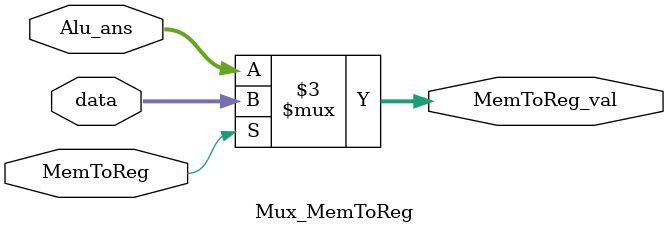
<source format=v>
`timescale 1ns / 1ps
module Mux_MemToReg(MemToReg,Alu_ans,data,MemToReg_val);
input MemToReg;
input [31:0] Alu_ans,data;
output reg [31:0] MemToReg_val;
always@(*)
begin
if(MemToReg)
MemToReg_val<=data;
else
MemToReg_val<=Alu_ans;
end
endmodule

</source>
